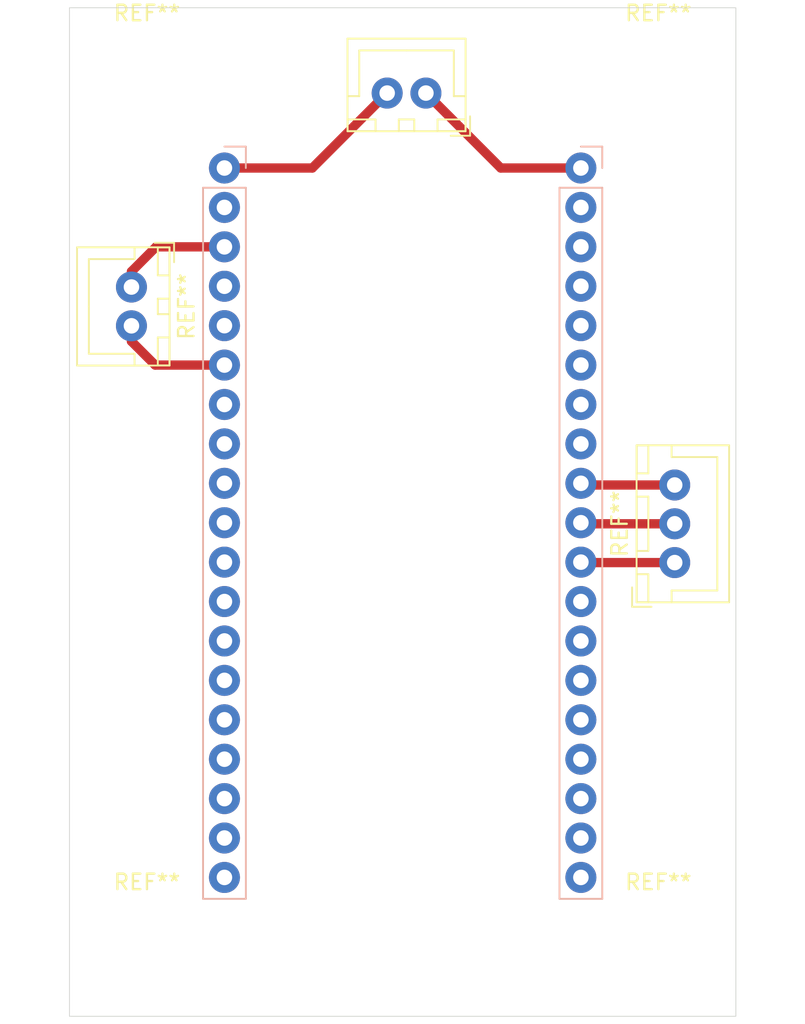
<source format=kicad_pcb>
(kicad_pcb (version 20241229) (generator "pcbnew") (generator_version "9.0")
  (layers (0 "F.Cu" signal) (2 "B.Cu" signal) (13 "F.Paste" user) (15 "B.Paste" user) (5 "F.SilkS" user "F.Silkscreen") (7 "B.SilkS" user "B.Silkscreen") (1 "F.Mask" user) (3 "B.Mask" user) (25 "Edge.Cuts" user))
  (net 0 "")
  (footprint "MountingHole:MountingHole_3.2mm_M3" (layer "F.Cu") (at 144 110)
    (property "Reference" "REF**" (at 0 -4.15 0) (layer "F.SilkS"))
    (property "Value" "MountingHole_3.2mm_M3")
    (pad "" np_thru_hole circle (at 0 0) (size 3.2 3.2) (drill 3.2) (layers "*.Cu" "*.Mask"))
  )
  (footprint "MountingHole:MountingHole_3.2mm_M3" (layer "F.Cu") (at 144 54)
    (property "Reference" "REF**" (at 0 -4.15 0) (layer "F.SilkS"))
    (property "Value" "MountingHole_3.2mm_M3")
    (pad "" np_thru_hole circle (at 0 0) (size 3.2 3.2) (drill 3.2) (layers "*.Cu" "*.Mask"))
  )
  (footprint "Connector_JST:JST_XH_B3B-XH-A_1x03_P2.50mm_Vertical" (layer "F.Cu") (at 145.053796 85.258945 90)
    (property "Reference" "REF**" (at 2.5 -3.55 90) (layer "F.SilkS"))
    (property "Value" "JST_XH_B3B-XH-A_1x03_P2.50mm_Vertical" (hide yes))
    (fp_line (start -1.6 -2.75) (end -2.85 -2.75) (stroke (width 0.12)) (layer "F.SilkS"))
    (fp_line (start -2.85 -2.75) (end -2.85 -1.5) (stroke (width 0.12)) (layer "F.SilkS"))
    (fp_line (start 7.56 -2.46) (end -2.56 -2.46) (stroke (width 0.12)) (layer "F.SilkS"))
    (fp_line (start -2.56 -2.46) (end -2.56 3.51) (stroke (width 0.12)) (layer "F.SilkS"))
    (fp_line (start 7.55 -2.45) (end 5.75 -2.45) (stroke (width 0.12)) (layer "F.SilkS"))
    (fp_line (start 5.75 -2.45) (end 5.75 -1.7) (stroke (width 0.12)) (layer "F.SilkS"))
    (fp_line (start 4.25 -2.45) (end 0.75 -2.45) (stroke (width 0.12)) (layer "F.SilkS"))
    (fp_line (start 0.75 -2.45) (end 0.75 -1.7) (stroke (width 0.12)) (layer "F.SilkS"))
    (fp_line (start -0.75 -2.45) (end -2.55 -2.45) (stroke (width 0.12)) (layer "F.SilkS"))
    (fp_line (start -2.55 -2.45) (end -2.55 -1.7) (stroke (width 0.12)) (layer "F.SilkS"))
    (fp_line (start 7.55 -1.7) (end 7.55 -2.45) (stroke (width 0.12)) (layer "F.SilkS"))
    (fp_line (start 5.75 -1.7) (end 7.55 -1.7) (stroke (width 0.12)) (layer "F.SilkS"))
    (fp_line (start 4.25 -1.7) (end 4.25 -2.45) (stroke (width 0.12)) (layer "F.SilkS"))
    (fp_line (start 0.75 -1.7) (end 4.25 -1.7) (stroke (width 0.12)) (layer "F.SilkS"))
    (fp_line (start -0.75 -1.7) (end -0.75 -2.45) (stroke (width 0.12)) (layer "F.SilkS"))
    (fp_line (start -2.55 -1.7) (end -0.75 -1.7) (stroke (width 0.12)) (layer "F.SilkS"))
    (fp_line (start 7.55 -0.2) (end 6.8 -0.2) (stroke (width 0.12)) (layer "F.SilkS"))
    (fp_line (start 6.8 -0.2) (end 6.8 2.75) (stroke (width 0.12)) (layer "F.SilkS"))
    (fp_line (start -1.8 -0.2) (end -1.8 2.75) (stroke (width 0.12)) (layer "F.SilkS"))
    (fp_line (start -2.55 -0.2) (end -1.8 -0.2) (stroke (width 0.12)) (layer "F.SilkS"))
    (fp_line (start 6.8 2.75) (end 2.5 2.75) (stroke (width 0.12)) (layer "F.SilkS"))
    (fp_line (start -1.8 2.75) (end 2.5 2.75) (stroke (width 0.12)) (layer "F.SilkS"))
    (fp_line (start 7.56 3.51) (end 7.56 -2.46) (stroke (width 0.12)) (layer "F.SilkS"))
    (fp_line (start -2.56 3.51) (end 7.56 3.51) (stroke (width 0.12)) (layer "F.SilkS"))
    (pad "1" thru_hole circle (at 0 0 90) (size 2 2) (drill 1) (layers "*.Cu" "*.Mask"))
    (pad "2" thru_hole circle (at 2.5 0 90) (size 2 2) (drill 1) (layers "*.Cu" "*.Mask"))
    (pad "3" thru_hole circle (at 5 0 90) (size 2 2) (drill 1) (layers "*.Cu" "*.Mask"))
  )
  (footprint "Connector_JST:JST_XH_B2B-XH-A_1x02_P2.50mm_Vertical" (layer "F.Cu") (at 110 67.5 -90)
    (property "Reference" "REF**" (at 1.25 -3.55 90) (layer "F.SilkS"))
    (property "Value" "JST_XH_B2B-XH-A_1x02_P2.50mm_Vertical" (hide yes))
    (fp_line (start -2.56 3.51) (end 5.06 3.51) (stroke (width 0.12)) (layer "F.SilkS"))
    (fp_line (start 5.06 3.51) (end 5.06 -2.46) (stroke (width 0.12)) (layer "F.SilkS"))
    (fp_line (start -1.8 2.75) (end 1.25 2.75) (stroke (width 0.12)) (layer "F.SilkS"))
    (fp_line (start 4.3 2.75) (end 1.25 2.75) (stroke (width 0.12)) (layer "F.SilkS"))
    (fp_line (start -2.55 -0.2) (end -1.8 -0.2) (stroke (width 0.12)) (layer "F.SilkS"))
    (fp_line (start -1.8 -0.2) (end -1.8 2.75) (stroke (width 0.12)) (layer "F.SilkS"))
    (fp_line (start 4.3 -0.2) (end 4.3 2.75) (stroke (width 0.12)) (layer "F.SilkS"))
    (fp_line (start 5.05 -0.2) (end 4.3 -0.2) (stroke (width 0.12)) (layer "F.SilkS"))
    (fp_line (start -2.55 -1.7) (end -0.75 -1.7) (stroke (width 0.12)) (layer "F.SilkS"))
    (fp_line (start -0.75 -1.7) (end -0.75 -2.45) (stroke (width 0.12)) (layer "F.SilkS"))
    (fp_line (start 0.75 -1.7) (end 1.75 -1.7) (stroke (width 0.12)) (layer "F.SilkS"))
    (fp_line (start 1.75 -1.7) (end 1.75 -2.45) (stroke (width 0.12)) (layer "F.SilkS"))
    (fp_line (start 3.25 -1.7) (end 5.05 -1.7) (stroke (width 0.12)) (layer "F.SilkS"))
    (fp_line (start 5.05 -1.7) (end 5.05 -2.45) (stroke (width 0.12)) (layer "F.SilkS"))
    (fp_line (start -2.55 -2.45) (end -2.55 -1.7) (stroke (width 0.12)) (layer "F.SilkS"))
    (fp_line (start -0.75 -2.45) (end -2.55 -2.45) (stroke (width 0.12)) (layer "F.SilkS"))
    (fp_line (start 0.75 -2.45) (end 0.75 -1.7) (stroke (width 0.12)) (layer "F.SilkS"))
    (fp_line (start 1.75 -2.45) (end 0.75 -2.45) (stroke (width 0.12)) (layer "F.SilkS"))
    (fp_line (start 3.25 -2.45) (end 3.25 -1.7) (stroke (width 0.12)) (layer "F.SilkS"))
    (fp_line (start 5.05 -2.45) (end 3.25 -2.45) (stroke (width 0.12)) (layer "F.SilkS"))
    (fp_line (start -2.56 -2.46) (end -2.56 3.51) (stroke (width 0.12)) (layer "F.SilkS"))
    (fp_line (start 5.06 -2.46) (end -2.56 -2.46) (stroke (width 0.12)) (layer "F.SilkS"))
    (fp_line (start -2.85 -2.75) (end -2.85 -1.5) (stroke (width 0.12)) (layer "F.SilkS"))
    (fp_line (start -1.6 -2.75) (end -2.85 -2.75) (stroke (width 0.12)) (layer "F.SilkS"))
    (pad "1" thru_hole circle (at 0 0 270) (size 2 2) (drill 1) (layers "*.Cu" "*.Mask"))
    (pad "2" thru_hole circle (at 2.5 0 270) (size 2 2) (drill 1) (layers "*.Cu" "*.Mask"))
  )
  (footprint "Connector_JST:JST_XH_B2B-XH-A_1x02_P2.50mm_Vertical" (layer "F.Cu") (at 129 55 180)
    (property "Reference" "J2" (hide yes))
    (property "Value" "Conn_01x02_Socket" (hide yes))
    (fp_line (start 5.06 3.51) (end 5.06 -2.46) (stroke (width 0.12)) (layer "F.SilkS"))
    (fp_line (start 5.06 -2.46) (end -2.56 -2.46) (stroke (width 0.12)) (layer "F.SilkS"))
    (fp_line (start 5.05 -0.2) (end 4.3 -0.2) (stroke (width 0.12)) (layer "F.SilkS"))
    (fp_line (start 5.05 -1.7) (end 5.05 -2.45) (stroke (width 0.12)) (layer "F.SilkS"))
    (fp_line (start 5.05 -2.45) (end 3.25 -2.45) (stroke (width 0.12)) (layer "F.SilkS"))
    (fp_line (start 4.3 2.75) (end 1.25 2.75) (stroke (width 0.12)) (layer "F.SilkS"))
    (fp_line (start 4.3 -0.2) (end 4.3 2.75) (stroke (width 0.12)) (layer "F.SilkS"))
    (fp_line (start 3.25 -1.7) (end 5.05 -1.7) (stroke (width 0.12)) (layer "F.SilkS"))
    (fp_line (start 3.25 -2.45) (end 3.25 -1.7) (stroke (width 0.12)) (layer "F.SilkS"))
    (fp_line (start 1.75 -1.7) (end 1.75 -2.45) (stroke (width 0.12)) (layer "F.SilkS"))
    (fp_line (start 1.75 -2.45) (end 0.75 -2.45) (stroke (width 0.12)) (layer "F.SilkS"))
    (fp_line (start 0.75 -1.7) (end 1.75 -1.7) (stroke (width 0.12)) (layer "F.SilkS"))
    (fp_line (start 0.75 -2.45) (end 0.75 -1.7) (stroke (width 0.12)) (layer "F.SilkS"))
    (fp_line (start -0.75 -1.7) (end -0.75 -2.45) (stroke (width 0.12)) (layer "F.SilkS"))
    (fp_line (start -0.75 -2.45) (end -2.55 -2.45) (stroke (width 0.12)) (layer "F.SilkS"))
    (fp_line (start -1.6 -2.75) (end -2.85 -2.75) (stroke (width 0.12)) (layer "F.SilkS"))
    (fp_line (start -1.8 2.75) (end 1.25 2.75) (stroke (width 0.12)) (layer "F.SilkS"))
    (fp_line (start -1.8 -0.2) (end -1.8 2.75) (stroke (width 0.12)) (layer "F.SilkS"))
    (fp_line (start -2.55 -0.2) (end -1.8 -0.2) (stroke (width 0.12)) (layer "F.SilkS"))
    (fp_line (start -2.55 -1.7) (end -0.75 -1.7) (stroke (width 0.12)) (layer "F.SilkS"))
    (fp_line (start -2.55 -2.45) (end -2.55 -1.7) (stroke (width 0.12)) (layer "F.SilkS"))
    (fp_line (start -2.56 3.51) (end 5.06 3.51) (stroke (width 0.12)) (layer "F.SilkS"))
    (fp_line (start -2.56 -2.46) (end -2.56 3.51) (stroke (width 0.12)) (layer "F.SilkS"))
    (fp_line (start -2.85 -2.75) (end -2.85 -1.5) (stroke (width 0.12)) (layer "F.SilkS"))
    (pad "1" thru_hole circle (at 0 0 180) (size 2 2) (drill 1) (layers "*.Cu" "*.Mask"))
    (pad "2" thru_hole circle (at 2.5 0 180) (size 2 2) (drill 1) (layers "*.Cu" "*.Mask"))
  )
  (footprint "MountingHole:MountingHole_3.2mm_M3" (layer "F.Cu") (at 111 110)
    (property "Reference" "REF**" (at 0 -4.15 0) (layer "F.SilkS"))
    (property "Value" "MountingHole_3.2mm_M3")
    (pad "" np_thru_hole circle (at 0 0) (size 3.2 3.2) (drill 3.2) (layers "*.Cu" "*.Mask"))
  )
  (footprint "MountingHole:MountingHole_3.2mm_M3" (layer "F.Cu") (at 111 54)
    (property "Reference" "REF**" (at 0 -4.15 0) (layer "F.SilkS"))
    (property "Value" "MountingHole_3.2mm_M3")
    (pad "" np_thru_hole circle (at 0 0) (size 3.2 3.2) (drill 3.2) (layers "*.Cu" "*.Mask"))
  )
  (footprint "Connector_PinHeader_2.54mm:PinHeader_1x19_P2.54mm_Vertical" (layer "B.Cu") (at 139 59.83 180)
    (property "Reference" "REF**" (hide yes))
    (property "Value" "PinHeader_1x19_P2.54mm_Vertical" (hide yes))
    (fp_line (start 1.38 -1.27) (end 1.38 -47.1) (stroke (width 0.12)) (layer "B.SilkS"))
    (fp_line (start -1.38 1.38) (end 0 1.38) (stroke (width 0.12)) (layer "B.SilkS"))
    (fp_line (start -1.38 0) (end -1.38 1.38) (stroke (width 0.12)) (layer "B.SilkS"))
    (fp_line (start -1.38 -1.27) (end 1.38 -1.27) (stroke (width 0.12)) (layer "B.SilkS"))
    (fp_line (start -1.38 -1.27) (end -1.38 -47.1) (stroke (width 0.12)) (layer "B.SilkS"))
    (fp_line (start -1.38 -47.1) (end 1.38 -47.1) (stroke (width 0.12)) (layer "B.SilkS"))
    (pad "1" thru_hole circle (at 0 0 180) (size 2 2) (drill 1) (layers "*.Cu" "*.Mask"))
    (pad "2" thru_hole circle (at 0 -2.54 180) (size 2 2) (drill 1) (layers "*.Cu" "*.Mask"))
    (pad "3" thru_hole circle (at 0 -5.08 180) (size 2 2) (drill 1) (layers "*.Cu" "*.Mask"))
    (pad "4" thru_hole circle (at 0 -7.62 180) (size 2 2) (drill 1) (layers "*.Cu" "*.Mask"))
    (pad "5" thru_hole circle (at 0 -10.16 180) (size 2 2) (drill 1) (layers "*.Cu" "*.Mask"))
    (pad "6" thru_hole circle (at 0 -12.7 180) (size 2 2) (drill 1) (layers "*.Cu" "*.Mask"))
    (pad "7" thru_hole circle (at 0 -15.24 180) (size 2 2) (drill 1) (layers "*.Cu" "*.Mask"))
    (pad "8" thru_hole circle (at 0 -17.78 180) (size 2 2) (drill 1) (layers "*.Cu" "*.Mask"))
    (pad "9" thru_hole circle (at 0 -20.32 180) (size 2 2) (drill 1) (layers "*.Cu" "*.Mask"))
    (pad "10" thru_hole circle (at 0 -22.86 180) (size 2 2) (drill 1) (layers "*.Cu" "*.Mask"))
    (pad "11" thru_hole circle (at 0 -25.4 180) (size 2 2) (drill 1) (layers "*.Cu" "*.Mask"))
    (pad "12" thru_hole circle (at 0 -27.94 180) (size 2 2) (drill 1) (layers "*.Cu" "*.Mask"))
    (pad "13" thru_hole circle (at 0 -30.48 180) (size 2 2) (drill 1) (layers "*.Cu" "*.Mask"))
    (pad "14" thru_hole circle (at 0 -33.02 180) (size 2 2) (drill 1) (layers "*.Cu" "*.Mask"))
    (pad "15" thru_hole circle (at 0 -35.56 180) (size 2 2) (drill 1) (layers "*.Cu" "*.Mask"))
    (pad "16" thru_hole circle (at 0 -38.1 180) (size 2 2) (drill 1) (layers "*.Cu" "*.Mask"))
    (pad "17" thru_hole circle (at 0 -40.64 180) (size 2 2) (drill 1) (layers "*.Cu" "*.Mask"))
    (pad "18" thru_hole circle (at 0 -43.18 180) (size 2 2) (drill 1) (layers "*.Cu" "*.Mask"))
    (pad "19" thru_hole circle (at 0 -45.72 180) (size 2 2) (drill 1) (layers "*.Cu" "*.Mask"))
  )
  (footprint "Connector_PinHeader_2.54mm:PinHeader_1x19_P2.54mm_Vertical" (layer "B.Cu") (at 116 59.83 180)
    (property "Reference" "REF**" (hide yes))
    (property "Value" "PinHeader_1x19_P2.54mm_Vertical" (hide yes))
    (fp_line (start 1.38 -1.27) (end 1.38 -47.1) (stroke (width 0.12)) (layer "B.SilkS"))
    (fp_line (start -1.38 1.38) (end 0 1.38) (stroke (width 0.12)) (layer "B.SilkS"))
    (fp_line (start -1.38 0) (end -1.38 1.38) (stroke (width 0.12)) (layer "B.SilkS"))
    (fp_line (start -1.38 -1.27) (end 1.38 -1.27) (stroke (width 0.12)) (layer "B.SilkS"))
    (fp_line (start -1.38 -1.27) (end -1.38 -47.1) (stroke (width 0.12)) (layer "B.SilkS"))
    (fp_line (start -1.38 -47.1) (end 1.38 -47.1) (stroke (width 0.12)) (layer "B.SilkS"))
    (pad "1" thru_hole circle (at 0 0 180) (size 2 2) (drill 1) (layers "*.Cu" "*.Mask"))
    (pad "2" thru_hole circle (at 0 -2.54 180) (size 2 2) (drill 1) (layers "*.Cu" "*.Mask"))
    (pad "3" thru_hole circle (at 0 -5.08 180) (size 2 2) (drill 1) (layers "*.Cu" "*.Mask"))
    (pad "4" thru_hole circle (at 0 -7.62 180) (size 2 2) (drill 1) (layers "*.Cu" "*.Mask"))
    (pad "5" thru_hole circle (at 0 -10.16 180) (size 2 2) (drill 1) (layers "*.Cu" "*.Mask"))
    (pad "6" thru_hole circle (at 0 -12.7 180) (size 2 2) (drill 1) (layers "*.Cu" "*.Mask"))
    (pad "7" thru_hole circle (at 0 -15.24 180) (size 2 2) (drill 1) (layers "*.Cu" "*.Mask"))
    (pad "8" thru_hole circle (at 0 -17.78 180) (size 2 2) (drill 1) (layers "*.Cu" "*.Mask"))
    (pad "9" thru_hole circle (at 0 -20.32 180) (size 2 2) (drill 1) (layers "*.Cu" "*.Mask"))
    (pad "10" thru_hole circle (at 0 -22.86 180) (size 2 2) (drill 1) (layers "*.Cu" "*.Mask"))
    (pad "11" thru_hole circle (at 0 -25.4 180) (size 2 2) (drill 1) (layers "*.Cu" "*.Mask"))
    (pad "12" thru_hole circle (at 0 -27.94 180) (size 2 2) (drill 1) (layers "*.Cu" "*.Mask"))
    (pad "13" thru_hole circle (at 0 -30.48 180) (size 2 2) (drill 1) (layers "*.Cu" "*.Mask"))
    (pad "14" thru_hole circle (at 0 -33.02 180) (size 2 2) (drill 1) (layers "*.Cu" "*.Mask"))
    (pad "15" thru_hole circle (at 0 -35.56 180) (size 2 2) (drill 1) (layers "*.Cu" "*.Mask"))
    (pad "16" thru_hole circle (at 0 -38.1 180) (size 2 2) (drill 1) (layers "*.Cu" "*.Mask"))
    (pad "17" thru_hole circle (at 0 -40.64 180) (size 2 2) (drill 1) (layers "*.Cu" "*.Mask"))
    (pad "18" thru_hole circle (at 0 -43.18 180) (size 2 2) (drill 1) (layers "*.Cu" "*.Mask"))
    (pad "19" thru_hole circle (at 0 -45.72 180) (size 2 2) (drill 1) (layers "*.Cu" "*.Mask"))
  )
  (gr_rect (start 106 49.5) (end 149 114.5) (stroke (width 0.05)) (fill no) (layer "Edge.Cuts"))
  (segment (start 145.053796 85.258945) (end 139.028945 85.258945) (width 0.6) (layer "F.Cu") (net 0))
  (segment (start 145.053796 82.758945) (end 139.068945 82.758945) (width 0.6) (layer "F.Cu") (net 0))
  (segment (start 121.67 59.83) (end 126.5 55) (width 0.6) (layer "F.Cu") (net 0))
  (segment (start 111.53 72.53) (end 110 71) (width 0.6) (layer "F.Cu") (net 0))
  (segment (start 110 66.5) (end 111.59 64.91) (width 0.6) (layer "F.Cu") (net 0))
  (segment (start 110 71) (end 110 70) (width 0.6) (layer "F.Cu") (net 0))
  (segment (start 133.83 59.83) (end 139 59.83) (width 0.6) (layer "F.Cu") (net 0))
  (segment (start 111.59 64.91) (end 116 64.91) (width 0.6) (layer "F.Cu") (net 0))
  (segment (start 110 67.5) (end 110 66.5) (width 0.6) (layer "F.Cu") (net 0))
  (segment (start 116 59.83) (end 121.67 59.83) (width 0.6) (layer "F.Cu") (net 0))
  (segment (start 139.028945 85.258945) (end 139 85.23) (width 0.6) (layer "F.Cu") (net 0))
  (segment (start 139.068945 82.758945) (end 139 82.69) (width 0.6) (layer "F.Cu") (net 0))
  (segment (start 139.108945 80.258945) (end 139 80.15) (width 0.6) (layer "F.Cu") (net 0))
  (segment (start 145.053796 80.258945) (end 139.108945 80.258945) (width 0.6) (layer "F.Cu") (net 0))
  (segment (start 116 72.53) (end 111.53 72.53) (width 0.6) (layer "F.Cu") (net 0))
  (segment (start 129 55) (end 133.83 59.83) (width 0.6) (layer "F.Cu") (net 0))
)
</source>
